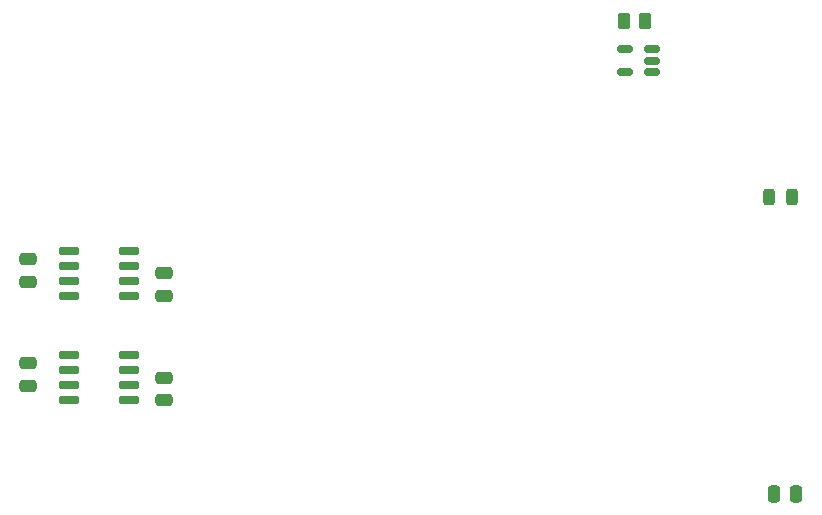
<source format=gbr>
%TF.GenerationSoftware,KiCad,Pcbnew,9.0.0*%
%TF.CreationDate,2025-04-10T12:41:04-04:00*%
%TF.ProjectId,PocketBeagle2Cape_rev1,506f636b-6574-4426-9561-676c65324361,rev?*%
%TF.SameCoordinates,Original*%
%TF.FileFunction,Paste,Top*%
%TF.FilePolarity,Positive*%
%FSLAX46Y46*%
G04 Gerber Fmt 4.6, Leading zero omitted, Abs format (unit mm)*
G04 Created by KiCad (PCBNEW 9.0.0) date 2025-04-10 12:41:04*
%MOMM*%
%LPD*%
G01*
G04 APERTURE LIST*
G04 Aperture macros list*
%AMRoundRect*
0 Rectangle with rounded corners*
0 $1 Rounding radius*
0 $2 $3 $4 $5 $6 $7 $8 $9 X,Y pos of 4 corners*
0 Add a 4 corners polygon primitive as box body*
4,1,4,$2,$3,$4,$5,$6,$7,$8,$9,$2,$3,0*
0 Add four circle primitives for the rounded corners*
1,1,$1+$1,$2,$3*
1,1,$1+$1,$4,$5*
1,1,$1+$1,$6,$7*
1,1,$1+$1,$8,$9*
0 Add four rect primitives between the rounded corners*
20,1,$1+$1,$2,$3,$4,$5,0*
20,1,$1+$1,$4,$5,$6,$7,0*
20,1,$1+$1,$6,$7,$8,$9,0*
20,1,$1+$1,$8,$9,$2,$3,0*%
G04 Aperture macros list end*
%ADD10RoundRect,0.250000X0.250000X0.475000X-0.250000X0.475000X-0.250000X-0.475000X0.250000X-0.475000X0*%
%ADD11RoundRect,0.150000X-0.725000X-0.150000X0.725000X-0.150000X0.725000X0.150000X-0.725000X0.150000X0*%
%ADD12RoundRect,0.250000X0.475000X-0.250000X0.475000X0.250000X-0.475000X0.250000X-0.475000X-0.250000X0*%
%ADD13RoundRect,0.250000X-0.262500X-0.450000X0.262500X-0.450000X0.262500X0.450000X-0.262500X0.450000X0*%
%ADD14RoundRect,0.150000X0.512500X0.150000X-0.512500X0.150000X-0.512500X-0.150000X0.512500X-0.150000X0*%
%ADD15RoundRect,0.243750X0.243750X0.456250X-0.243750X0.456250X-0.243750X-0.456250X0.243750X-0.456250X0*%
G04 APERTURE END LIST*
D10*
%TO.C,C6*%
X176500000Y-123300000D03*
X174600000Y-123300000D03*
%TD*%
D11*
%TO.C,U2*%
X114875000Y-111545000D03*
X114875000Y-112815000D03*
X114875000Y-114085000D03*
X114875000Y-115355000D03*
X120025000Y-115355000D03*
X120025000Y-114085000D03*
X120025000Y-112815000D03*
X120025000Y-111545000D03*
%TD*%
D12*
%TO.C,C4*%
X111450000Y-114100000D03*
X111450000Y-112200000D03*
%TD*%
D13*
%TO.C,R1*%
X161887500Y-83200000D03*
X163712500Y-83200000D03*
%TD*%
D12*
%TO.C,C7*%
X122950000Y-106500000D03*
X122950000Y-104600000D03*
%TD*%
D11*
%TO.C,U3*%
X114875000Y-102745000D03*
X114875000Y-104015000D03*
X114875000Y-105285000D03*
X114875000Y-106555000D03*
X120025000Y-106555000D03*
X120025000Y-105285000D03*
X120025000Y-104015000D03*
X120025000Y-102745000D03*
%TD*%
D12*
%TO.C,C3*%
X111450000Y-105300000D03*
X111450000Y-103400000D03*
%TD*%
D14*
%TO.C,U4*%
X164237500Y-87550000D03*
X164237500Y-86600000D03*
X164237500Y-85650000D03*
X161962500Y-85650000D03*
X161962500Y-87550000D03*
%TD*%
D12*
%TO.C,C8*%
X122950000Y-115350000D03*
X122950000Y-113450000D03*
%TD*%
D15*
%TO.C,FB1*%
X176087500Y-98150000D03*
X174212500Y-98150000D03*
%TD*%
M02*

</source>
